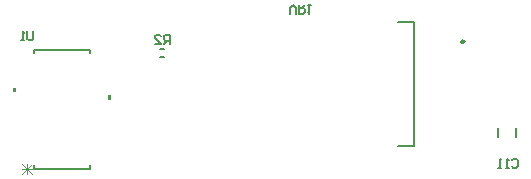
<source format=gbo>
G04 Layer_Color=32896*
%FSLAX25Y25*%
%MOIN*%
G70*
G01*
G75*
%ADD36C,0.00984*%
%ADD37C,0.00787*%
%ADD38C,0.00500*%
%ADD60C,0.00600*%
%ADD61C,0.00300*%
G36*
X371000Y175954D02*
X370000D01*
Y177454D01*
X371000D01*
Y175954D01*
D02*
G37*
G36*
X339200Y178514D02*
X338200D01*
Y180014D01*
X339200D01*
Y178514D01*
D02*
G37*
D36*
X488764Y195355D02*
G03*
X488764Y195355I-492J0D01*
G01*
D37*
X466618Y201792D02*
X472130D01*
Y160454D02*
Y201792D01*
X466618Y160454D02*
X472130D01*
X500047Y163548D02*
Y166698D01*
X505953Y163548D02*
Y166698D01*
X387213Y193001D02*
X388787D01*
X387213Y190245D02*
X388787D01*
D38*
X504501Y155899D02*
X505000Y156399D01*
X506000D01*
X506500Y155899D01*
Y153900D01*
X506000Y153400D01*
X505000D01*
X504501Y153900D01*
X503501Y153400D02*
X502501D01*
X503001D01*
Y156399D01*
X503501Y155899D01*
X501002Y153400D02*
X500002D01*
X500502D01*
Y156399D01*
X501002Y155899D01*
X390600Y194700D02*
Y197699D01*
X389101D01*
X388601Y197199D01*
Y196200D01*
X389101Y195700D01*
X390600D01*
X389600D02*
X388601Y194700D01*
X385602D02*
X387601D01*
X385602Y196699D01*
Y197199D01*
X386102Y197699D01*
X387101D01*
X387601Y197199D01*
X430500Y204701D02*
Y206700D01*
X431500Y207700D01*
X432499Y206700D01*
Y204701D01*
X433499Y207700D02*
Y204701D01*
X434999D01*
X435498Y205201D01*
Y206201D01*
X434999Y206700D01*
X433499D01*
X434499D02*
X435498Y207700D01*
X436498D02*
X437498D01*
X436998D01*
Y204701D01*
X436498Y205201D01*
X345000Y198899D02*
Y196400D01*
X344500Y195900D01*
X343500D01*
X343001Y196400D01*
Y198899D01*
X342001Y195900D02*
X341001D01*
X341501D01*
Y198899D01*
X342001Y198399D01*
D60*
X363950Y153075D02*
Y154222D01*
X345250Y192657D02*
X363950D01*
Y191510D02*
Y192657D01*
X345250Y153075D02*
X363950D01*
X345250D02*
Y154222D01*
Y191510D02*
Y192657D01*
D61*
X341250Y151166D02*
X344582Y154499D01*
X341250D02*
X344582Y151166D01*
X341250Y152832D02*
X344582D01*
X342916Y154499D02*
Y151166D01*
M02*

</source>
